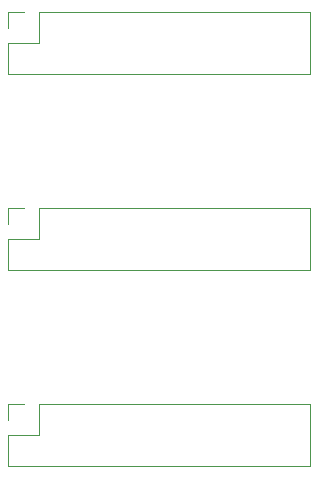
<source format=gbr>
%TF.GenerationSoftware,KiCad,Pcbnew,(6.0.9)*%
%TF.CreationDate,2022-11-26T13:39:15+01:00*%
%TF.ProjectId,backbone,6261636b-626f-46e6-952e-6b696361645f,rev?*%
%TF.SameCoordinates,Original*%
%TF.FileFunction,Legend,Top*%
%TF.FilePolarity,Positive*%
%FSLAX46Y46*%
G04 Gerber Fmt 4.6, Leading zero omitted, Abs format (unit mm)*
G04 Created by KiCad (PCBNEW (6.0.9)) date 2022-11-26 13:39:15*
%MOMM*%
%LPD*%
G01*
G04 APERTURE LIST*
%ADD10C,0.120000*%
G04 APERTURE END LIST*
D10*
%TO.C,J1*%
X171570000Y-113830000D02*
X171570000Y-108630000D01*
X146050000Y-111230000D02*
X148650000Y-111230000D01*
X146050000Y-108630000D02*
X147380000Y-108630000D01*
X146050000Y-109960000D02*
X146050000Y-108630000D01*
X148650000Y-108630000D02*
X171570000Y-108630000D01*
X148650000Y-111230000D02*
X148650000Y-108630000D01*
X146050000Y-113830000D02*
X171570000Y-113830000D01*
X146050000Y-113830000D02*
X146050000Y-111230000D01*
%TO.C,J3*%
X148650000Y-78030000D02*
X148650000Y-75430000D01*
X146050000Y-76760000D02*
X146050000Y-75430000D01*
X146050000Y-80630000D02*
X146050000Y-78030000D01*
X148650000Y-75430000D02*
X171570000Y-75430000D01*
X146050000Y-80630000D02*
X171570000Y-80630000D01*
X146050000Y-78030000D02*
X148650000Y-78030000D01*
X146050000Y-75430000D02*
X147380000Y-75430000D01*
X171570000Y-80630000D02*
X171570000Y-75430000D01*
%TO.C,J2*%
X148650000Y-92030000D02*
X171570000Y-92030000D01*
X171570000Y-97230000D02*
X171570000Y-92030000D01*
X148650000Y-94630000D02*
X148650000Y-92030000D01*
X146050000Y-97230000D02*
X146050000Y-94630000D01*
X146050000Y-94630000D02*
X148650000Y-94630000D01*
X146050000Y-93360000D02*
X146050000Y-92030000D01*
X146050000Y-97230000D02*
X171570000Y-97230000D01*
X146050000Y-92030000D02*
X147380000Y-92030000D01*
%TD*%
M02*

</source>
